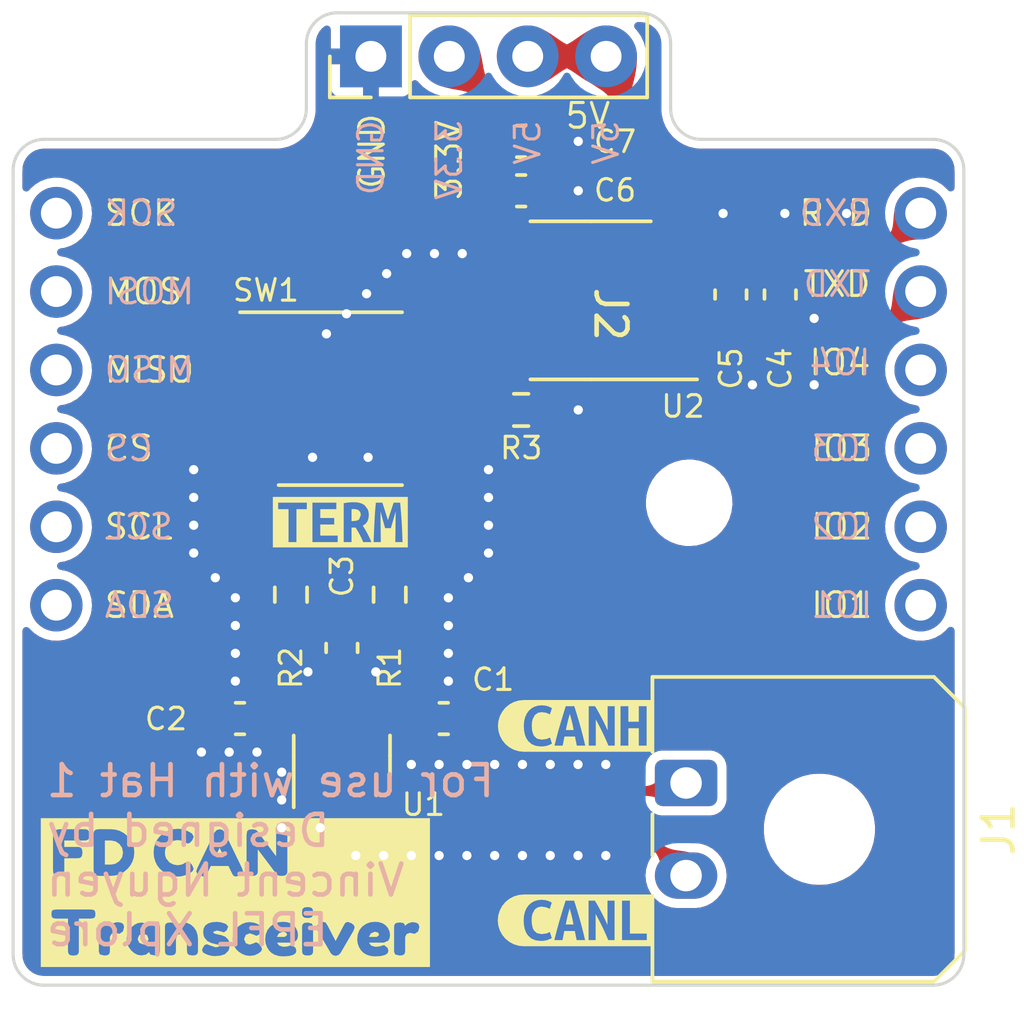
<source format=kicad_pcb>
(kicad_pcb (version 20211014) (generator pcbnew)
  (layers (0 "F.Cu" signal) (31 "B.Cu" signal) (34 "B.Paste" user) (35 "F.Paste" user) (36 "B.SilkS" user "B.Silkscreen") (37 "F.SilkS" user "F.Silkscreen") (38 "B.Mask" user) (39 "F.Mask" user) (44 "Edge.Cuts" user))
  (net 0 "")
  (net 1 "GND")
  (net 2 "/TXD")
  (net 3 "+5V")
  (net 4 "/RXD")
  (net 5 "+3.3V")
  (net 16 "/SW_TOP")
  (net 17 "/TERM_MID")
  (net 18 "/SW_BOT")
  (net 19 "/S")
  (net 20 "/CANL")
  (net 21 "/CANH")
  (footprint "Package_SO:SOIC-8_3.9x4.9mm_P1.27mm" (layer "F.Cu") (at 169.9075 63.315 180)
    (fp_text reference "U2" (at -2.9925 -3.435) (layer "F.SilkS") (effects (font (size 0.7 0.7) (thickness 0.1))))
    (fp_text value "TCAN1051HGDQ1")
    (pad "1" smd roundrect (at -2.475 -1.905 180) (size 1.95 0.6) (layers "F.Cu" "F.Paste" "F.Mask") (net 2 "/TXD"))
    (pad "2" smd roundrect (at -2.475 -0.635 180) (size 1.95 0.6) (layers "F.Cu" "F.Paste" "F.Mask") (net 1 "GND"))
    (pad "3" smd roundrect (at -2.475 0.635 180) (size 1.95 0.6) (layers "F.Cu" "F.Paste" "F.Mask") (net 3 "+5V"))
    (pad "4" smd roundrect (at -2.475 1.905 180) (size 1.95 0.6) (layers "F.Cu" "F.Paste" "F.Mask") (net 4 "/RXD"))
    (pad "5" smd roundrect (at 2.475 1.905 180) (size 1.95 0.6) (layers "F.Cu" "F.Paste" "F.Mask") (net 5 "+3.3V"))
    (pad "6" smd roundrect (at 2.475 0.635 180) (size 1.95 0.6) (layers "F.Cu" "F.Paste" "F.Mask") (net 20 "/CANL"))
    (pad "7" smd roundrect (at 2.475 -0.635 180) (size 1.95 0.6) (layers "F.Cu" "F.Paste" "F.Mask") (net 21 "/CANH"))
    (pad "8" smd roundrect (at 2.475 -1.905 180) (size 1.95 0.6) (layers "F.Cu" "F.Paste" "F.Mask") (net 19 "/S"))
  )
  (footprint "Capacitor_SMD:C_0603_1608Metric" (layer "F.Cu") (at 158.55 76.862499 180)
    (fp_text reference "C2" (at 1.65 -0.012501) (layer "F.SilkS") (effects (font (size 0.7 0.7) (thickness 0.1)) (justify right)))
    (fp_text value "DNI")
    (pad "1" smd roundrect (at -0.775 0 180) (size 0.9 0.95) (layers "F.Cu" "F.Paste" "F.Mask") (net 20 "/CANL"))
    (pad "2" smd roundrect (at 0.775 0 180) (size 0.9 0.95) (layers "F.Cu" "F.Paste" "F.Mask") (net 1 "GND"))
  )
  (footprint "Capacitor_SMD:C_0603_1608Metric" (layer "F.Cu") (at 161.85 74.575 -90)
    (fp_text reference "C3" (at -1.575 0 90) (layer "F.SilkS") (effects (font (size 0.7 0.7) (thickness 0.1)) (justify left)))
    (fp_text value "4.7uF")
    (pad "1" smd roundrect (at -0.775 0 270) (size 0.9 0.95) (layers "F.Cu" "F.Paste" "F.Mask") (net 17 "/TERM_MID"))
    (pad "2" smd roundrect (at 0.775 0 270) (size 0.9 0.95) (layers "F.Cu" "F.Paste" "F.Mask") (net 1 "GND"))
  )
  (footprint "0_switch_button:CAS-220TB" (layer "F.Cu") (at 161.8 66.5 -90)
    (fp_text reference "SW1" (at -3.51 2.41 unlocked) (layer "F.SilkS") (effects (font (size 0.7 0.7) (thickness 0.1))))
    (fp_text value "CAS-220TB")
    (pad "1" smd roundrect (at -1.75 2.65 270) (size 1 1.3) (layers "F.Cu" "F.Paste" "F.Mask"))
    (pad "2" smd roundrect (at 0 2.65 270) (size 1 1.3) (layers "F.Cu" "F.Paste" "F.Mask") (net 20 "/CANL"))
    (pad "3" smd roundrect (at 1.75 2.65 270) (size 1 1.3) (layers "F.Cu" "F.Paste" "F.Mask") (net 18 "/SW_BOT"))
    (pad "4" smd roundrect (at -1.75 -2.65 270) (size 1 1.3) (layers "F.Cu" "F.Paste" "F.Mask"))
    (pad "5" smd roundrect (at 0 -2.65 270) (size 1 1.3) (layers "F.Cu" "F.Paste" "F.Mask") (net 21 "/CANH"))
    (pad "6" smd roundrect (at 1.75 -2.65 270) (size 1 1.3) (layers "F.Cu" "F.Paste" "F.Mask") (net 16 "/SW_TOP"))
  )
  (footprint "Capacitor_SMD:C_0603_1608Metric" (layer "F.Cu") (at 165.149999 76.8625)
    (fp_text reference "C1" (at 0.850001 -1.2625) (layer "F.SilkS") (effects (font (size 0.7 0.7) (thickness 0.1)) (justify left)))
    (fp_text value "DNI")
    (pad "1" smd roundrect (at -0.775 0) (size 0.9 0.95) (layers "F.Cu" "F.Paste" "F.Mask") (net 21 "/CANH"))
    (pad "2" smd roundrect (at 0.775 0) (size 0.9 0.95) (layers "F.Cu" "F.Paste" "F.Mask") (net 1 "GND"))
  )
  (footprint "Resistor_SMD:R_0603_1608Metric" (layer "F.Cu") (at 163.4 72.85 -90)
    (fp_text reference "R1" (at 1.625 0 90) (layer "F.SilkS") (effects (font (size 0.7 0.7) (thickness 0.1)) (justify right)))
    (fp_text value "60R")
    (pad "1" smd roundrect (at -0.825 0 270) (size 0.8 0.95) (layers "F.Cu" "F.Paste" "F.Mask") (net 16 "/SW_TOP"))
    (pad "2" smd roundrect (at 0.825 0 270) (size 0.8 0.95) (layers "F.Cu" "F.Paste" "F.Mask") (net 17 "/TERM_MID"))
  )
  (footprint "Resistor_SMD:R_0603_1608Metric" (layer "F.Cu") (at 160.2 72.85 90)
    (fp_text reference "R2" (at -1.625 0 90) (layer "F.SilkS") (effects (font (size 0.7 0.7) (thickness 0.1)) (justify right)))
    (fp_text value "60R")
    (pad "1" smd roundrect (at -0.825 0 90) (size 0.8 0.95) (layers "F.Cu" "F.Paste" "F.Mask") (net 17 "/TERM_MID"))
    (pad "2" smd roundrect (at 0.825 0 90) (size 0.8 0.95) (layers "F.Cu" "F.Paste" "F.Mask") (net 18 "/SW_BOT"))
  )
  (footprint "Capacitor_SMD:C_0603_1608Metric" (layer "F.Cu") (at 174.45 63.125 -90)
    (fp_text reference "C5" (at 1.65 0 90) (layer "F.SilkS") (effects (font (size 0.7 0.7) (thickness 0.1)) (justify right)))
    (fp_text value "0.1uF")
    (pad "1" smd roundrect (at -0.775 0 270) (size 0.9 0.95) (layers "F.Cu" "F.Paste" "F.Mask") (net 3 "+5V"))
    (pad "2" smd roundrect (at 0.775 0 270) (size 0.9 0.95) (layers "F.Cu" "F.Paste" "F.Mask") (net 1 "GND"))
  )
  (footprint "Capacitor_SMD:C_0603_1608Metric" (layer "F.Cu") (at 176.049999 63.124999 -90)
    (fp_text reference "C4" (at 1.650001 -0.000001 90) (layer "F.SilkS") (effects (font (size 0.7 0.7) (thickness 0.1)) (justify right)))
    (fp_text value "4.7uF")
    (pad "1" smd roundrect (at -0.775 0 270) (size 0.9 0.95) (layers "F.Cu" "F.Paste" "F.Mask") (net 3 "+5V"))
    (pad "2" smd roundrect (at 0.775 0 270) (size 0.9 0.95) (layers "F.Cu" "F.Paste" "F.Mask") (net 1 "GND"))
  )
  (footprint "Capacitor_SMD:C_0603_1608Metric" (layer "F.Cu") (at 167.6575 59.765)
    (fp_text reference "C6" (at 2.2925 -0.015) (layer "F.SilkS") (effects (font (size 0.7 0.7) (thickness 0.1)) (justify left)))
    (fp_text value "0.1uF")
    (pad "1" smd roundrect (at -0.775 0) (size 0.9 0.95) (layers "F.Cu" "F.Paste" "F.Mask") (net 5 "+3.3V"))
    (pad "2" smd roundrect (at 0.775 0) (size 0.9 0.95) (layers "F.Cu" "F.Paste" "F.Mask") (net 1 "GND"))
  )
  (footprint "kibuzzard-636A342C" (layer "F.Cu") (at 158.4 82.5)
    (fp_text reference "kibuzzard-636A342C" hide)
    (fp_text value "G***" hide)
  )
  (footprint "Capacitor_SMD:C_0603_1608Metric" (layer "F.Cu") (at 167.6575 58.165)
    (fp_text reference "C7" (at 2.2925 0.01) (layer "F.SilkS") (effects (font (size 0.7 0.7) (thickness 0.1)) (justify left)))
    (fp_text value "4.7uF")
    (pad "1" smd roundrect (at -0.775 0) (size 0.9 0.95) (layers "F.Cu" "F.Paste" "F.Mask") (net 5 "+3.3V"))
    (pad "2" smd roundrect (at 0.775 0) (size 0.9 0.95) (layers "F.Cu" "F.Paste" "F.Mask") (net 1 "GND"))
  )
  (footprint "kibuzzard-636A273C" (layer "F.Cu") (at 161.8 70.5)
    (fp_text reference "kibuzzard-636A273C" hide)
    (fp_text value "G***" hide)
  )
  (footprint "0_connectors:Hat_connector_hole" (layer "F.Cu") (at 166.6 64.3)
    (fp_text reference "J2" (at 3.9575 -0.535 270 unlocked) (layer "F.SilkS"))
    (fp_text value "Hat_connector_hole")
    (fp_text user "5V" (at 1.27 -6.89 90 unlocked) (layer "B.SilkS") (effects (font (size 0.8 0.8) (thickness 0.1)) (justify left mirror)))
    (fp_text user "3.3V" (at -1.27 -6.89 90 unlocked) (layer "B.SilkS") (effects (font (size 0.8 0.8) (thickness 0.1)) (justify left mirror)))
    (fp_text user "MISO" (at -12.5 1.27 unlocked) (layer "B.SilkS") (effects (font (size 0.8 0.8) (thickness 0.1)) (justify right mirror)))
    (fp_text user "MOSI" (at -12.5 -1.27 unlocked) (layer "B.SilkS") (effects (font (size 0.8 0.8) (thickness 0.1)) (justify right mirror)))
    (fp_text user "RXD" (at 12.5 -3.81 unlocked) (layer "B.SilkS") (effects (font (size 0.8 0.8) (thickness 0.1)) (justify left mirror)))
    (fp_text user "TXD" (at 12.442499 -1.51 unlocked) (layer "B.SilkS") (effects (font (size 0.8 0.8) (thickness 0.1)) (justify left mirror)))
    (fp_text user "IO4" (at 12.442499 1.03 unlocked) (layer "B.SilkS") (effects (font (size 0.8 0.8) (thickness 0.1)) (justify left mirror)))
    (fp_text user "SDA" (at -12.5 8.89 unlocked) (layer "B.SilkS") (effects (font (size 0.8 0.8) (thickness 0.1)) (justify right mirror)))
    (fp_text user "GND" (at -3.81 -6.89 90 unlocked) (layer "B.SilkS") (effects (font (size 0.8 0.8) (thickness 0.1)) (justify left mirror)))
    (fp_text user "5V" (at 3.81 -6.89 90 unlocked) (layer "B.SilkS") (effects (font (size 0.8 0.8) (thickness 0.1)) (justify left mirror)))
    (fp_text user "IO2" (at 12.5 6.35 unlocked) (layer "B.SilkS") (effects (font (size 0.8 0.8) (thickness 0.1)) (justify left mirror)))
    (fp_text user "SCL" (at -12.5 6.35 unlocked) (layer "B.SilkS") (effects (font (size 0.8 0.8) (thickness 0.1)) (justify right mirror)))
    (fp_text user "IO1" (at 12.5 8.89 unlocked) (layer "B.SilkS") (effects (font (size 0.8 0.8) (thickness 0.1)) (justify left mirror)))
    (fp_text user "SCK" (at -12.5 -3.81 unlocked) (layer "B.SilkS") (effects (font (size 0.8 0.8) (thickness 0.1)) (justify right mirror)))
    (fp_text user "CS" (at -12.5 3.81 unlocked) (layer "B.SilkS") (effects (font (size 0.8 0.8) (thickness 0.1)) (justify right mirror)))
    (fp_text user "IO3" (at 12.5 3.81 unlocked) (layer "B.SilkS") (effects (font (size 0.8 0.8) (thickness 0.1)) (justify left mirror)))
    (fp_text user "IO3" (at 12.5 3.81 unlocked) (layer "F.SilkS") (effects (font (size 0.8 0.8) (thickness 0.1)) (justify right)))
    (fp_text user "MOSI" (at -12.5 -1.27 unlocked) (layer "F.SilkS") (effects (font (size 0.8 0.8) (thickness 0.1)) (justify left)))
    (fp_text user "SCL" (at -12.5 6.35 unlocked) (layer "F.SilkS") (effects (font (size 0.8 0.8) (thickness 0.1)) (justify left)))
    (fp_text user "IO1" (at 12.5 8.89 unlocked) (layer "F.SilkS") (effects (font (size 0.8 0.8) (thickness 0.1)) (justify right)))
    (fp_text user "IO4" (at 12.442499 1.03 unlocked) (layer "F.SilkS") (effects (font (size 0.8 0.8) (thickness 0.1)) (justify right)))
    (fp_text user "GND" (at -3.775 -7.1 90 unlocked) (layer "F.SilkS") (effects (font (size 0.8 0.8) (thickness 0.1)) (justify right)))
    (fp_text user "TXD" (at 12.442499 -1.51 unlocked) (layer "F.SilkS") (effects (font (size 0.8 0.8) (thickness 0.1)) (justify right)))
    (fp_text user "3.3V" (at -1.275 -6.89 90 unlocked) (layer "F.SilkS") (effects (font (size 0.8 0.8) (thickness 0.1)) (justify right)))
    (fp_text user "CS" (at -12.5 3.81 unlocked) (layer "F.SilkS") (effects (font (size 0.8 0.8) (thickness 0.1)) (justify left)))
    (fp_text user "IO2" (at 12.5 6.35 unlocked) (layer "F.SilkS") (effects (font (size 0.8 0.8) (thickness 0.1)) (justify right)))
    (fp_text user "RXD" (at 12.5 -3.81 unlocked) (layer "F.SilkS") (effects (font (size 0.8 0.8) (thickness 0.1)) (justify right)))
    (fp_text user "SDA" (at -12.5 8.89 unlocked) (layer "F.SilkS") (effects (font (size 0.8 0.8) (thickness 0.1)) (justify left)))
    (fp_text user "SCK" (at -12.5 -3.81 unlocked) (layer "F.SilkS") (effects (font (size 0.8 0.8) (thickness 0.1)) (justify left)))
    (fp_text user "5V" (at 3.22 -6.96 unlocked) (layer "F.SilkS") (effects (font (size 0.8 0.8) (thickness 0.1))))
    (fp_text user "MISO" (at -12.5 1.27 unlocked) (layer "F.SilkS") (effects (font (size 0.8 0.8) (thickness 0.1)) (justify left)))
    (pad "" np_thru_hole circle locked (at 6.5 5.5725) (size 2.2 2.2) (drill 2.2) (layers *.Cu *.Mask))
    (pad "1" thru_hole rect locked (at -3.81 -8.89 90) (size 2 2) (drill 1) (layers *.Cu *.Mask) (net 1 "GND"))
    (pad "2" thru_hole oval locked (at -1.27 -8.89 90) (size 2 2) (drill 1) (layers *.Cu *.Mask) (net 5 "+3.3V"))
    (pad "3" thru_hole oval locked (at -14 -3.81) (size 1.7 1.7) (drill 1) (layers *.Cu *.Mask))
    (pad "4" thru_hole oval locked (at -14 -1.27) (size 1.7 1.7) (drill 1) (layers *.Cu *.Mask))
    (pad "5" thru_hole oval locked (at -14 1.27) (size 1.7 1.7) (drill 1) (layers *.Cu *.Mask))
    (pad "6" thru_hole oval locked (at -14 3.81) (size 1.7 1.7) (drill 1) (layers *.Cu *.Mask))
    (pad "7" thru_hole oval locked (at -14 6.35) (size 1.7 1.7) (drill 1) (layers *.Cu *.Mask))
    (pad "8" thru_hole oval locked (at -14 8.89) (size 1.7 1.7) (drill 1) (layers *.Cu *.Mask))
    (pad "9" thru_hole oval locked (at 14 8.89) (size 1.7 1.7) (drill 1) (layers *.Cu *.Mask))
    (pad "10" thru_hole oval locked (at 14 6.35) (size 1.7 1.7) (drill 1) (layers *.Cu *.Mask))
    (pad "11" thru_hole oval locked (at 14 3.81) (size 1.7 1.7) (drill 1) (layers *.Cu *.Mask))
    (pad "12" thru_hole oval locked (at 14 1.27) (size 1.7 1.7) (drill 1) (layers *.Cu *.Mask))
    (pad "13" thru_hole oval locked (at 14 -1.27) (size 1.7 1.7) (drill 1) (layers *.Cu *.Mask) (net 2 "/TXD"))
    (pad "14" thru_hole oval locked (at 14 -3.81) (size 1.7 1.7) (drill 1) (layers *.Cu *.Mask) (net 4 "/RXD"))
    (pad "15" thru_hole oval locked (at 1.27 -8.89 90) (size 2 2) (drill 1) (layers *.Cu *.Mask) (net 3 "+5V"))
    (pad "16" thru_hole oval locked (at 3.81 -8.89 90) (size 2 2) (drill 1) (layers *.Cu *.Mask) (net 3 "+5V"))
  )
  (footprint "Resistor_SMD:R_0603_1608Metric" (layer "F.Cu") (at 167.6575 66.865)
    (fp_text reference "R3" (at 0.0025 1.235) (layer "F.SilkS") (effects (font (size 0.7 0.7) (thickness 0.1))))
    (fp_text value "10k")
    (pad "1" smd roundrect (at -0.825 0) (size 0.8 0.95) (layers "F.Cu" "F.Paste" "F.Mask") (net 19 "/S"))
    (pad "2" smd roundrect (at 0.825 0) (size 0.8 0.95) (layers "F.Cu" "F.Paste" "F.Mask") (net 1 "GND"))
  )
  (footprint "Package_TO_SOT_SMD:SOT-23" (layer "F.Cu") (at 161.85 78.0625 90)
    (fp_text reference "U1" (at -1.5875 1.875 180) (layer "F.SilkS") (effects (font (size 0.7 0.7) (thickness 0.1)) (justify left)))
    (fp_text value "PESD2CANFD27V-TR")
    (pad "1" smd roundrect (at -0.9375 -0.95 90) (size 1.475 0.6) (layers "F.Cu" "F.Paste" "F.Mask") (net 20 "/CANL"))
    (pad "2" smd roundrect (at -0.9375 0.95 90) (size 1.475 0.6) (layers "F.Cu" "F.Paste" "F.Mask") (net 21 "/CANH"))
    (pad "3" smd roundrect (at 0.9375 0 90) (size 1.475 0.6) (layers "F.Cu" "F.Paste" "F.Mask") (net 1 "GND"))
  )
  (footprint "kibuzzard-636A35EF" (layer "F.Cu") (at 169.4 83.4)
    (fp_text reference "kibuzzard-636A35EF" hide)
    (fp_text value "G***" hide)
  )
  (footprint "kibuzzard-636A35F6" (layer "F.Cu") (at 169.4 77.1)
    (fp_text reference "kibuzzard-636A35F6" hide)
    (fp_text value "G***" hide)
  )
  (footprint "0_connectors:Molex_Micro-Fit_3.0_43650-0200_1x02_P3.00mm_Horizontal" (layer "F.Cu") (at 173 78.95 -90)
    (fp_text reference "J1" (at 1.5 -10.12 -90) (layer "F.SilkS"))
    (fp_text value "Molex Micro-Fit")
    (pad "" np_thru_hole circle (at 1.5 -4.32 270) (size 3 3) (drill 3) (layers *.Cu *.Mask))
    (pad "1" thru_hole roundrect (at 0 0 270) (size 1.5 2.02) (drill 1.02) (layers *.Cu *.Mask) (roundrect_rratio 0.166667) (net 21 "/CANH"))
    (pad "2" thru_hole oval (at 3 0 270) (size 1.5 2.02) (drill 1.02) (layers *.Cu *.Mask) (net 20 "/CANL"))
  )
  (gr_arc (start 173.5 58.1) (mid 172.792893 57.807107) (end 172.5 57.1) (layer "Edge.Cuts") (width 0.1))
  (gr_line (start 181 85.5) (end 152.2 85.5) (layer "Edge.Cuts") (width 0.1))
  (gr_line (start 160.7 57.1) (end 160.7 55) (layer "Edge.Cuts") (width 0.1))
  (gr_line (start 173.5 58.1) (end 181 58.1) (layer "Edge.Cuts") (width 0.1))
  (gr_arc (start 160.7 57.1) (mid 160.407107 57.807107) (end 159.7 58.1) (layer "Edge.Cuts") (width 0.1))
  (gr_line (start 161.7 54) (end 171.5 54) (layer "Edge.Cuts") (width 0.1))
  (gr_arc (start 152.2 85.5) (mid 151.492893 85.207107) (end 151.2 84.5) (layer "Edge.Cuts") (width 0.1))
  (gr_arc (start 182 84.5) (mid 181.707107 85.207107) (end 181 85.5) (layer "Edge.Cuts") (width 0.1))
  (gr_line (start 152.2 58.1) (end 159.7 58.1) (layer "Edge.Cuts") (width 0.1))
  (gr_arc (start 151.2 59.1) (mid 151.492893 58.392893) (end 152.2 58.1) (layer "Edge.Cuts") (width 0.1))
  (gr_arc (start 171.5 54) (mid 172.207107 54.292893) (end 172.5 55) (layer "Edge.Cuts") (width 0.1))
  (gr_line (start 182 59.1) (end 182 84.5) (layer "Edge.Cuts") (width 0.1))
  (gr_line (start 172.5 55) (end 172.5 57.1) (layer "Edge.Cuts") (width 0.1))
  (gr_arc (start 181 58.1) (mid 181.707107 58.392893) (end 182 59.1) (layer "Edge.Cuts") (width 0.1))
  (gr_line (start 151.2 84.5) (end 151.2 59.1) (layer "Edge.Cuts") (width 0.1))
  (gr_arc (start 160.7 55) (mid 160.992893 54.292893) (end 161.7 54) (layer "Edge.Cuts") (width 0.1))
  (gr_text "For use with Hat 1\nDesigned by\nVincent Nguyen\nEPFL Xplore" (at 152.2 81.3) (layer "B.SilkS") (effects (font (size 1 1)) (justify right mirror)))
  (segment (start 161.85 77.125) (end 161.85 75.35) (width 0.3) (layer "F.Cu") (net 1))
  (segment (start 168.4325 59.765) (end 168.4325 58.165) (width 0.5) (layer "F.Cu") (net 1))
  (segment (start 172.3825 63.95) (end 175.999998 63.95) (width 0.5) (layer "F.Cu") (net 1))
  (segment (start 175.999998 63.95) (end 176.049999 63.899999) (width 0.5) (layer "F.Cu") (net 1))
  (via (at 161.35 64.4) (size 0.7) (drill 0.3) (layers "F.Cu" "B.Cu") (net 1))
  (via (at 162.7 68.4) (size 0.7) (drill 0.3) (layers "F.Cu" "B.Cu") (net 1))
  (via (at 158.4 73.85) (size 0.7) (drill 0.3) (layers "F.Cu" "B.Cu") (net 1))
  (via (at 168.6 78.35) (size 0.7) (drill 0.3) (layers "F.Cu" "B.Cu") (net 1))
  (via (at 158.4 75.65) (size 0.7) (drill 0.3) (layers "F.Cu" "B.Cu") (net 1))
  (via (at 160.75 75.35) (size 0.7) (drill 0.3) (layers "F.Cu" "B.Cu") (net 1))
  (via (at 169.5075 58.165) (size 0.7) (drill 0.3) (layers "F.Cu" "B.Cu") (net 1))
  (via (at 175.15 66.05) (size 0.7) (drill 0.3) (layers "F.Cu" "B.Cu") (net 1))
  (via (at 169.5 78.35) (size 0.7) (drill 0.3) (layers "F.Cu" "B.Cu") (net 1))
  (via (at 166.6 70.6) (size 0.7) (drill 0.3) (layers "F.Cu" "B.Cu") (net 1))
  (via (at 161.15 80.4) (size 0.7) (drill 0.3) (layers "F.Cu" "B.Cu") (net 1))
  (via (at 164.1 81.3) (size 0.7) (drill 0.3) (layers "F.Cu" "B.Cu") (net 1))
  (via (at 170.4 78.35) (size 0.7) (drill 0.3) (layers "F.Cu" "B.Cu") (net 1))
  (via (at 165.3 74.75) (size 0.7) (drill 0.3) (layers "F.Cu" "B.Cu") (net 1))
  (via (at 165.9 78.35) (size 0.7) (drill 0.3) (layers "F.Cu" "B.Cu") (net 1))
  (via (at 174.2 60.5) (size 0.7) (drill 0.3) (layers "F.Cu" "B.Cu") (net 1))
  (via (at 157.3 77.95) (size 0.7) (drill 0.3) (layers "F.Cu" "B.Cu") (net 1))
  (via (at 157.05 70.6) (size 0.7) (drill 0.3) (layers "F.Cu" "B.Cu") (net 1))
  (via (at 165.3 73.85) (size 0.7) (drill 0.3) (layers "F.Cu" "B.Cu") (net 1))
  (via (at 162.3 81.3) (size 0.7) (drill 0.3) (layers "F.Cu" "B.Cu") (net 1))
  (via (at 169.5075 66.865) (size 0.7) (drill 0.3) (layers "F.Cu" "B.Cu") (net 1))
  (via (at 177.15 63.9) (size 0.7) (drill 0.3) (layers "F.Cu" "B.Cu") (net 1))
  (via (at 165 78.35) (size 0.7) (drill 0.3) (layers "F.Cu" "B.Cu") (net 1))
  (via (at 165.3 72.95) (size 0.7) (drill 0.3) (layers "F.Cu" "B.Cu") (net 1))
  (via (at 165.95 72.3) (size 0.7) (drill 0.3) (layers "F.Cu" "B.Cu") (net 1))
  (via (at 163.2 81.3) (size 0.7) (drill 0.3) (layers "F.Cu" "B.Cu") (net 1))
  (via (at 166.8 81.3) (size 0.7) (drill 0.3) (layers "F.Cu" "B.Cu") (net 1))
  (via (at 170.4 81.3) (size 0.7) (drill 0.3) (layers "F.Cu" "B.Cu") (net 1))
  (via (at 178.2 60.5) (size 0.7) (drill 0.3) (layers "F.Cu" "B.Cu") (net 1))
  (via (at 166.6 71.5) (size 0.7) (drill 0.3) (layers "F.Cu" "B.Cu") (net 1))
  (via (at 158.4 74.75) (size 0.7) (drill 0.3) (layers "F.Cu" "B.Cu") (net 1))
  (via (at 163.95 61.8) (size 0.7) (drill 0.3) (layers "F.Cu" "B.Cu") (net 1))
  (via (at 159.9 80.4) (size 0.7) (drill 0.3) (layers "F.Cu" "B.Cu") (net 1))
  (via (at 165.3 75.65) (size 0.7) (drill 0.3) (layers "F.Cu" "B.Cu") (net 1))
  (via (at 169.5 81.3) (size 0.7) (drill 0.3) (layers "F.Cu" "B.Cu") (net 1))
  (via (at 177.15 66.05) (size 0.7) (drill 0.3) (layers "F.Cu" "B.Cu") (net 1))
  (via (at 164.1 78.35) (size 0.7) (drill 0.3) (layers "F.Cu" "B.Cu") (net 1))
  (via (at 162.65 63.1) (size 0.7) (drill 0.3) (layers "F.Cu" "B.Cu") (net 1))
  (via (at 168.6 81.3) (size 0.7) (drill 0.3) (layers "F.Cu" "B.Cu") (net 1))
  (via (at 160.9 68.4) (size 0.7) (drill 0.3) (layers "F.Cu" "B.Cu") (net 1))
  (via (at 167.7 81.3) (size 0.7) (drill 0.3) (layers "F.Cu" "B.Cu") (net 1))
  (via (at 165.9 81.3) (size 0.7) (drill 0.3) (layers "F.Cu" "B.Cu") (net 1))
  (via (at 166.6 69.7) (size 0.7) (drill 0.3) (layers "F.Cu" "B.Cu") (net 1))
  (via (at 176.2 60.5) (size 0.7) (drill 0.3) (layers "F.Cu" "B.Cu") (net 1))
  (via (at 165.75 61.8) (size 0.7) (drill 0.3) (layers "F.Cu" "B.Cu") (net 1))
  (via (at 157.75 72.3) (size 0.7) (drill 0.3) (layers "F.Cu" "B.Cu") (net 1))
  (via (at 157.05 68.8) (size 0.7) (drill 0.3) (layers "F.Cu" "B.Cu") (net 1))
  (via (at 162 63.75) (size 0.7) (drill 0.3) (layers "F.Cu" "B.Cu") (net 1))
  (via (at 166.8 78.35) (size 0.7) (drill 0.3) (layers "F.Cu" "B.Cu") (net 1))
  (via (at 169.5075 59.765) (size 0.7) (drill 0.3) (layers "F.Cu" "B.Cu") (net 1))
  (via (at 167.7 78.35) (size 0.7) (drill 0.3) (layers "F.Cu" "B.Cu") (net 1))
  (via (at 159.9 79.5) (size 0.7) (drill 0.3) (layers "F.Cu" "B.Cu") (net 1))
  (via (at 163.3 62.45) (size 0.7) (drill 0.3) (layers "F.Cu" "B.Cu") (net 1))
  (via (at 162.95 75.35) (size 0.7) (drill 0.3) (layers "F.Cu" "B.Cu") (net 1))
  (via (at 159.1 77.95) (size 0.7) (drill 0.3) (layers "F.Cu" "B.Cu") (net 1))
  (via (at 158.2 77.95) (size 0.7) (drill 0.3) (layers "F.Cu" "B.Cu") (net 1))
  (via (at 157.05 69.7) (size 0.7) (drill 0.3) (layers "F.Cu" "B.Cu") (net 1))
  (via (at 164.85 61.8) (size 0.7) (drill 0.3) (layers "F.Cu" "B.Cu") (net 1))
  (via (at 157.05 71.5) (size 0.7) (drill 0.3) (layers "F.Cu" "B.Cu") (net 1))
  (via (at 166.6 68.8) (size 0.7) (drill 0.3) (layers "F.Cu" "B.Cu") (net 1))
  (via (at 159.9 78.6) (size 0.7) (drill 0.3) (layers "F.Cu" "B.Cu") (net 1))
  (via (at 165 81.3) (size 0.7) (drill 0.3) (layers "F.Cu" "B.Cu") (net 1))
  (via (at 158.4 72.95) (size 0.7) (drill 0.3) (layers "F.Cu" "B.Cu") (net 1))
  (segment (start 172.3825 65.22) (end 178.41 65.22) (width 0.3) (layer "F.Cu") (net 2))
  (segment (start 178.41 65.22) (end 180.6 63.03) (width 0.3) (layer "F.Cu") (net 2))
  (segment (start 174.12 62.68) (end 174.45 62.35) (width 0.5) (layer "F.Cu") (net 3))
  (segment (start 172.3825 62.68) (end 174.12 62.68) (width 0.5) (layer "F.Cu") (net 3))
  (segment (start 167.87 55.41) (end 170.41 55.41) (width 0.5) (layer "F.Cu") (net 3))
  (segment (start 170.9 55.9) (end 170.41 55.41) (width 0.5) (layer "F.Cu") (net 3))
  (segment (start 170.9 61.751028) (end 170.9 55.9) (width 0.5) (layer "F.Cu") (net 3))
  (segment (start 174.45 62.35) (end 176.049999 62.349999) (width 0.5) (layer "F.Cu") (net 3))
  (segment (start 171.828972 62.68) (end 170.9 61.751028) (width 0.5) (layer "F.Cu") (net 3))
  (segment (start 172.3825 62.68) (end 171.828972 62.68) (width 0.5) (layer "F.Cu") (net 3))
  (segment (start 172.3825 61.41) (end 179.68 61.41) (width 0.3) (layer "F.Cu") (net 4))
  (segment (start 179.68 61.41) (end 180.6 60.49) (width 0.3) (layer "F.Cu") (net 4))
  (segment (start 166.8825 56.9625) (end 165.33 55.41) (width 0.5) (layer "F.Cu") (net 5))
  (segment (start 166.8825 58.165) (end 166.8825 56.9625) (width 0.5) (layer "F.Cu") (net 5))
  (segment (start 166.8825 59.765) (end 166.8825 58.165) (width 0.5) (layer "F.Cu") (net 5))
  (segment (start 167.4325 60.315) (end 166.8825 59.765) (width 0.5) (layer "F.Cu") (net 5))
  (segment (start 167.4325 61.41) (end 167.4325 60.315) (width 0.5) (layer "F.Cu") (net 5))
  (segment (start 163.4 69.3) (end 164.45 68.25) (width 0.3) (layer "F.Cu") (net 16))
  (segment (start 163.4 72.025) (end 163.4 69.3) (width 0.3) (layer "F.Cu") (net 16))
  (segment (start 161.85 73.8) (end 163.275 73.8) (width 0.3) (layer "F.Cu") (net 17))
  (segment (start 160.325 73.8) (end 160.2 73.675) (width 0.3) (layer "F.Cu") (net 17))
  (segment (start 161.85 73.8) (end 160.325 73.8) (width 0.3) (layer "F.Cu") (net 17))
  (segment (start 163.275 73.8) (end 163.4 73.675) (width 0.3) (layer "F.Cu") (net 17))
  (segment (start 160.2 69.3) (end 159.15 68.25) (width 0.3) (layer "F.Cu") (net 18))
  (segment (start 160.2 72.025) (end 160.2 69.3) (width 0.3) (layer "F.Cu") (net 18))
  (segment (start 167.4325 66.265) (end 166.8325 66.865) (width 0.3) (layer "F.Cu") (net 19))
  (segment (start 167.4325 65.22) (end 167.4325 66.265) (width 0.3) (layer "F.Cu") (net 19))
  (segment (start 159.325 76.862499) (end 159.325 72.525) (width 0.3) (layer "F.Cu") (net 20))
  (segment (start 159.15 66.5) (end 160.55 66.5) (width 0.3) (layer "F.Cu") (net 20))
  (segment (start 158 67.65) (end 159.15 66.5) (width 0.3) (layer "F.Cu") (net 20))
  (segment (start 162.4 80.5) (end 171.55 80.5) (width 0.3) (layer "F.Cu") (net 20))
  (segment (start 171.55 80.5) (end 173 81.95) (width 0.3) (layer "F.Cu") (net 20))
  (segment (start 164.37 62.68) (end 167.4325 62.68) (width 0.3) (layer "F.Cu") (net 20))
  (segment (start 159.325 72.525) (end 158 71.2) (width 0.3) (layer "F.Cu") (net 20))
  (segment (start 160.55 66.5) (end 164.37 62.68) (width 0.3) (layer "F.Cu") (net 20))
  (segment (start 158 71.2) (end 158 67.65) (width 0.3) (layer "F.Cu") (net 20))
  (segment (start 160.9 79) (end 160.9 78.437499) (width 0.3) (layer "F.Cu") (net 20))
  (segment (start 160.9 78.437499) (end 159.325 76.862499) (width 0.3) (layer "F.Cu") (net 20))
  (segment (start 172.45 82.15) (end 173 82.15) (width 0.3) (layer "F.Cu") (net 20))
  (segment (start 160.9 79) (end 162.4 80.5) (width 0.3) (layer "F.Cu") (net 20))
  (segment (start 162.8 79) (end 163.01 79.21) (width 0.3) (layer "F.Cu") (net 21))
  (segment (start 164.470393 66.5) (end 164.45 66.5) (width 0.3) (layer "F.Cu") (net 21))
  (segment (start 167.020393 63.95) (end 164.470393 66.5) (width 0.3) (layer "F.Cu") (net 21))
  (segment (start 165.6 71.2) (end 165.6 67.65) (width 0.3) (layer "F.Cu") (net 21))
  (segment (start 164.374999 72.425001) (end 165.6 71.2) (width 0.3) (layer "F.Cu") (net 21))
  (segment (start 163.01 79.21) (end 172.74 79.21) (width 0.3) (layer "F.Cu") (net 21))
  (segment (start 165.6 67.65) (end 164.45 66.5) (width 0.3) (layer "F.Cu") (net 21))
  (segment (start 172.74 79.21) (end 173 78.95) (width 0.3) (layer "F.Cu") (net 21))
  (segment (start 164.374999 76.8625) (end 164.374999 72.425001) (width 0.3) (layer "F.Cu") (net 21))
  (segment (start 162.8 79) (end 162.8 78.437499) (width 0.3) (layer "F.Cu") (net 21))
  (segment (start 162.8 78.437499) (end 164.374999 76.8625) (width 0.3) (layer "F.Cu") (net 21))
  (segment (start 167.4325 63.95) (end 167.020393 63.95) (width 0.3) (layer "F.Cu") (net 21))
  (zone (net 5) (net_name "+3.3V") (layer "F.Cu") (priority 16962) (connect_pads yes (clearance 0)) (min_thickness 0.0254) (fill yes (thermal_gap 0.508) (thermal_bridge_width 0.508))
    (polygon (pts (xy 166.913918 56.640365) (xy 166.757758 56.470616) (xy 166.641724 56.315769) (xy 166.558453 56.171392) (xy 166.500585 56.033056) (xy 166.460758 55.896331) (xy 166.431612 55.756788) (xy 166.405786 55.609995) (xy 166.375918 55.451523) (xy 166.334648 55.276943) (xy 166.274616 55.081825) (xy 164.976447 55.056447) (xy 165.001825 56.354616) (xy 165.196943 56.414648) (xy 165.371523 56.455918) (xy 165.529995 56.485786) (xy 165.676788 56.511612) (xy 165.816331 56.540758) (xy 165.953056 56.580585) (xy 166.091392 56.638453) (xy 166.235769 56.721724) (xy 166.390616 56.837758) (xy 166.560365 56.993918)))
  )
  (zone (net 2) (net_name "/TXD") (layer "F.Cu") (priority 16962) (connect_pads yes (clearance 0)) (min_thickness 0.0254) (fill yes (thermal_gap 0.508) (thermal_bridge_width 0.508))
    (polygon (pts (xy 179.511057 64.331075) (xy 179.658118 64.197722) (xy 179.792968 64.101772) (xy 179.91933 64.036159) (xy 180.040926 63.99382) (xy 180.161482 63.967689) (xy 180.284718 63.950704) (xy 180.41436 63.935799) (xy 180.55413 63.91591) (xy 180.707752 63.883973) (xy 180.878949 63.832924) (xy 180.90052 62.72948) (xy 179.797076 62.751051) (xy 179.746026 62.922247) (xy 179.714089 63.075869) (xy 179.6942 63.215639) (xy 179.679295 63.345281) (xy 179.66231 63.468517) (xy 179.636179 63.589073) (xy 179.59384 63.710669) (xy 179.528227 63.837031) (xy 179.432277 63.971881) (xy 179.298925 64.118943)))
  )
  (zone (net 4) (net_name "/RXD") (layer "F.Cu") (priority 16962) (connect_pads yes (clearance 0)) (min_thickness 0.0254) (fill yes (thermal_gap 0.508) (thermal_bridge_width 0.508))
    (polygon (pts (xy 179.281077 61.56) (xy 179.46461 61.55384) (xy 179.618587 61.53712) (xy 179.749788 61.512479) (xy 179.864993 61.48256) (xy 179.970982 61.45) (xy 180.074536 61.41744) (xy 180.182434 61.38752) (xy 180.301457 61.36288) (xy 180.438386 61.34616) (xy 180.6 61.34) (xy 180.90052 60.18948) (xy 179.797076 60.211051) (xy 179.757457 60.358296) (xy 179.73481 60.506413) (xy 179.72177 60.651545) (xy 179.710976 60.789836) (xy 179.695065 60.917431) (xy 179.666676 61.030473) (xy 179.618444 61.125107) (xy 179.543009 61.197477) (xy 179.433007 61.243726) (xy 179.281077 61.26)))
  )
  (zone (net 3) (net_name "+5V") (layer "F.Cu") (priority 16962) (connect_pads yes (clearance 0)) (min_thickness 0.0254) (fill yes (thermal_gap 0.508) (thermal_bridge_width 0.508))
    (polygon (pts (xy 171.15 57.29) (xy 171.15728 57.028971) (xy 171.17704 56.809036) (xy 171.206159 56.620871) (xy 171.24152 56.455152) (xy 171.28 56.302552) (xy 171.31848 56.153749) (xy 171.35384 55.999416) (xy 171.38296 55.83023) (xy 171.40272 55.636866) (xy 171.41 55.41) (xy 170.166758 54.973156) (xy 169.835735 56.228669) (xy 169.973852 56.321218) (xy 170.102649 56.402665) (xy 170.220896 56.478305) (xy 170.327365 56.553434) (xy 170.420827 56.633346) (xy 170.500051 56.723338) (xy 170.56381 56.828704) (xy 170.610874 56.954739) (xy 170.640013 57.106739) (xy 170.65 57.29)))
  )
  (zone (net 1) (net_name "GND") (layers F&B.Cu) (connect_pads (clearance 0.3)) (min_thickness 0.254) (fill yes (thermal_gap 0.3) (thermal_bridge_width 0.508))
    (polygon (pts (xy 182.4 86) (xy 150.8 86) (xy 150.8 53.6) (xy 182.4 53.6)))
  )
  (zone (net 20) (net_name "/CANL") (layer "F.Cu") (priority 16962) (connect_pads yes (clearance 0)) (min_thickness 0.0254) (fill yes (thermal_gap 0.508) (thermal_bridge_width 0.508))
    (polygon (pts (xy 171.840345 81.002477) (xy 171.957664 81.131293) (xy 172.042927 81.249236) (xy 172.102137 81.359597) (xy 172.141301 81.465664) (xy 172.166421 81.570728) (xy 172.183504 81.678077) (xy 172.198552 81.791003) (xy 172.21757 81.912794) (xy 172.246564 82.04674) (xy 172.291538 82.196131) (xy 173.265165 82.215165) (xy 173.246131 81.241538) (xy 173.09674 81.196564) (xy 172.962794 81.16757) (xy 172.841003 81.148552) (xy 172.728077 81.133504) (xy 172.620728 81.116421) (xy 172.515664 81.091301) (xy 172.409597 81.052137) (xy 172.299236 80.992927) (xy 172.181293 80.907664) (xy 172.052477 80.790345)))
  )
  (zone (net 3) (net_name "+5V") (layer "F.Cu") (priority 16962) (connect_pads yes (clearance 0)) (min_thickness 0.0254) (fill yes (thermal_gap 0.508) (thermal_bridge_width 0.508))
    (polygon (pts (xy 169.86 55.16) (xy 169.629548 55.150391) (xy 169.438006 55.122946) (xy 169.277034 55.079737) (xy 169.138297 55.022838) (xy 169.013456 54.954321) (xy 168.894174 54.876257) (xy 168.772113 54.790721) (xy 168.638937 54.699784) (xy 168.486308 54.60552) (xy 168.305889 54.51) (xy 167.37 55.41) (xy 168.305889 56.31) (xy 168.486308 56.214479) (xy 168.638937 56.120215) (xy 168.772113 56.029278) (xy 168.894174 55.943742) (xy 169.013456 55.865678) (xy 169.138297 55.797161) (xy 169.277034 55.740262) (xy 169.438006 55.697053) (xy 169.629548 55.669608) (xy 169.86 55.66)))
  )
  (zone (net 21) (net_name "/CANH") (layer "F.Cu") (priority 16962) (connect_pads yes (clearance 0)) (min_thickness 0.0254) (fill yes (thermal_gap 0.508) (thermal_bridge_width 0.508))
    (polygon (pts (xy 171.54 79.36) (xy 171.735211 79.367734) (xy 171.898156 79.388994) (xy 172.036208 79.420864) (xy 172.156744 79.460432) (xy 172.267139 79.504781) (xy 172.374767 79.550998) (xy 172.487005 79.596168) (xy 172.611228 79.637377) (xy 172.75481 79.67171) (xy 172.925128 79.696253) (xy 173.352132 78.821051) (xy 172.460909 78.428579) (xy 172.367668 78.531584) (xy 172.288315 78.629081) (xy 172.217736 78.719815) (xy 172.15082 78.802528) (xy 172.082455 78.875964) (xy 172.007531 78.938866) (xy 171.920934 78.989977) (xy 171.817555 79.02804) (xy 171.69228 79.0518) (xy 171.54 79.06)))
  )
  (zone (net 3) (net_name "+5V") (layer "F.Cu") (priority 16962) (connect_pads yes (clearance 0)) (min_thickness 0.0254) (fill yes (thermal_gap 0.508) (thermal_bridge_width 0.508))
    (polygon (pts (xy 168.42 55.66) (xy 168.650451 55.669608) (xy 168.841993 55.697053) (xy 169.002965 55.740262) (xy 169.141702 55.797161) (xy 169.266543 55.865678) (xy 169.385825 55.943742) (xy 169.507886 56.029278) (xy 169.641062 56.120215) (xy 169.793691 56.214479) (xy 169.974111 56.31) (xy 170.91 55.41) (xy 169.974111 54.51) (xy 169.793691 54.60552) (xy 169.641062 54.699784) (xy 169.507886 54.790721) (xy 169.385825 54.876257) (xy 169.266543 54.954321) (xy 169.141702 55.022838) (xy 169.002965 55.079737) (xy 168.841993 55.122946) (xy 168.650451 55.150391) (xy 168.42 55.16)))
  )
)
</source>
